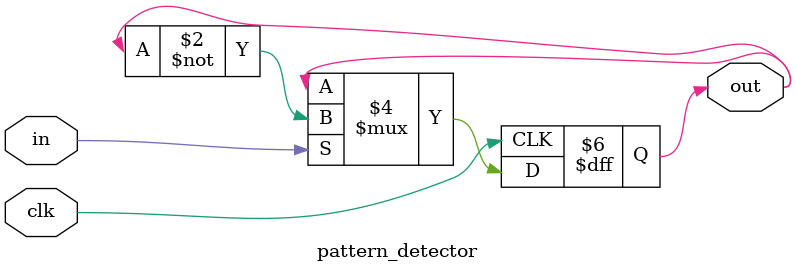
<source format=v>
module pattern_detector(in, clk, out);

    input in, clk;
    output reg out;

    initial out = 0;

    always @(posedge clk)
        if(in)
            out <= ~out;

endmodule

</source>
